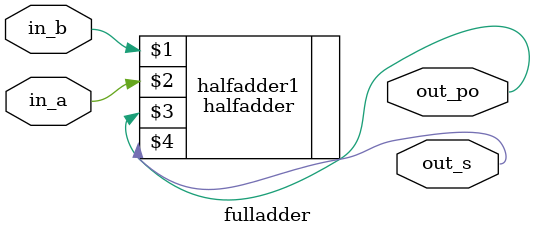
<source format=v>
module fulladder (
  // Inputs and output ports; 3 in, 2 out
  input in_b, in_a,
  output out_po, out_s
);


// Declaración de señales
//wire s_s1_to_b_s2; // Un cable del s del sumador 1 al a del sumador2
//wire co_s1_to_or; // Un cable desde co del sumador 1 a la compuerta or
//wire co_s2_to_or; // Un cable desde co del sumador 2 a la compuerta or

// Declaración de submodules
// halfadder(b,a,co,s)
halfadder halfadder1(in_b, in_a,out_po,out_s);


// Descripción del comportamiento
//assign out_co = co_s1_to_or | co_s2_to_or; // co_s1 or co_s2

endmodule

</source>
